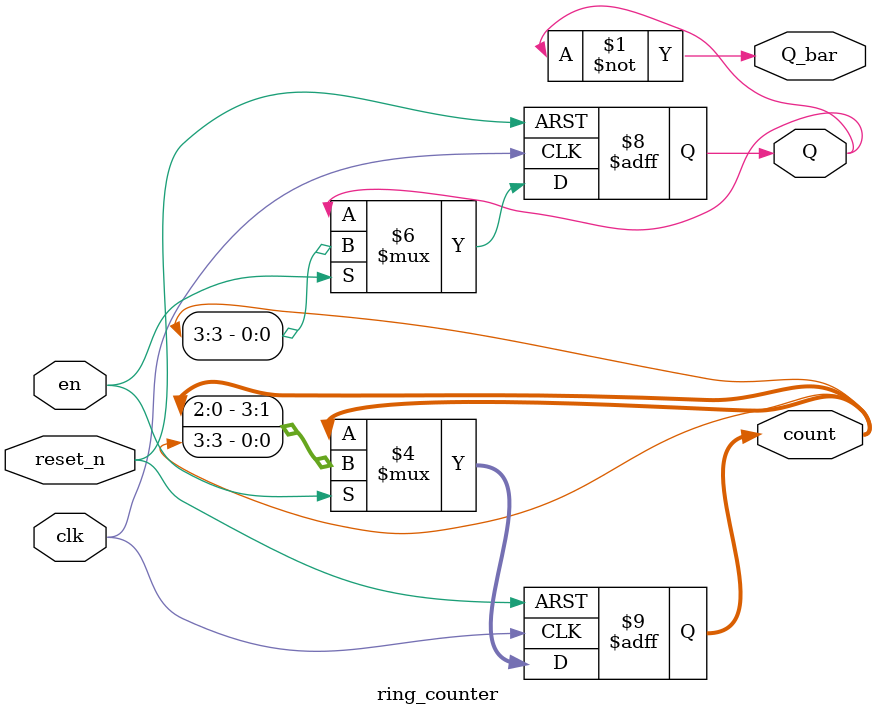
<source format=v>
module ring_counter (
    input  wire clk,
    input  wire reset_n,
    input  wire en,
    output reg  [3:0] count,
    output reg        Q,
    output wire       Q_bar
);

    assign Q_bar = ~Q;

    always @(posedge clk or negedge reset_n) begin
        if (!reset_n) begin
            count <= 4'b0001;
            Q     <= 1'b0;
        end else if (en) begin
            count <= {count[2:0], count[3]};
            Q     <= count[3];
        end
    end

endmodule

</source>
